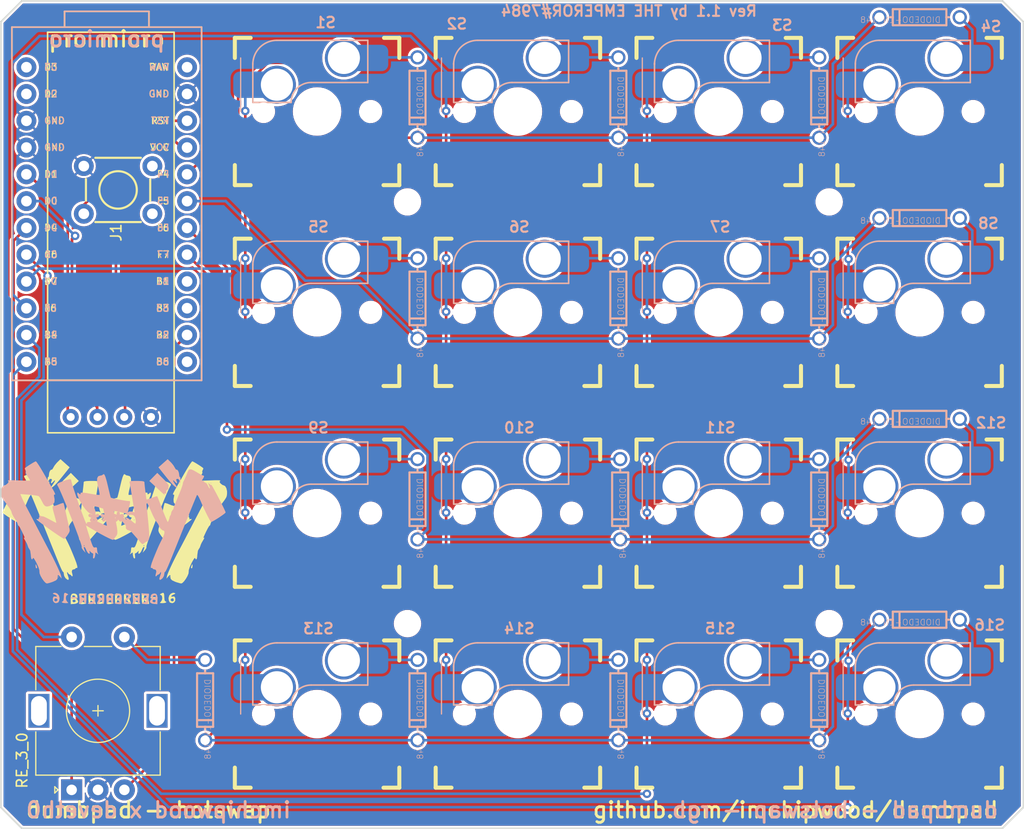
<source format=kicad_pcb>
(kicad_pcb (version 20211014) (generator pcbnew)
  (layers (0 "F.Cu" signal) (31 "B.Cu" signal) (34 "B.Paste" user) (35 "F.Paste" user) (36 "B.SilkS" user "B.Silkscreen") (37 "F.SilkS" user "F.Silkscreen") (38 "B.Mask" user) (39 "F.Mask" user) (44 "Edge.Cuts" user))
  (net 0 "")
  (net 1 "GND")
  (net 2 "/RAW")
  (net 3 "/RESET")
  (net 4 "/ROW0")
  (net 5 "/ROW1")
  (net 6 "VCC")
  (net 7 "/ROW2")
  (net 8 "/ROW3")
  (net 9 "/ENCODER0_L0")
  (net 10 "/COL4")
  (net 11 "/COL3")
  (net 12 "/COL2")
  (net 13 "/COL1")
  (net 14 "/COL0")
  (net 15 "/ENCODER0_L1")
  (net 16 "/NC{slash}RX{slash}D2")
  (net 17 "/NC{slash}TX{slash}D3")
  (net 18 "Net-(D1-PadA)")
  (net 19 "Net-(D2-PadA)")
  (net 20 "Net-(D3-PadA)")
  (net 21 "Net-(D4-PadA)")
  (net 22 "Net-(D5-PadA)")
  (net 23 "Net-(D6-PadA)")
  (net 24 "Net-(D7-PadA)")
  (net 25 "Net-(D8-PadA)")
  (net 26 "Net-(D9-PadA)")
  (net 27 "Net-(D10-PadA)")
  (net 28 "Net-(D11-PadA)")
  (net 29 "Net-(D12-PadA)")
  (net 30 "Net-(D13-PadA)")
  (net 31 "Net-(D14-PadA)")
  (net 32 "Net-(D15-PadA)")
  (net 33 "Net-(D16-PadA)")
  (net 34 "Net-(D20-PadA)")
  (net 35 "sda")
  (net 36 "scl")
  (footprint "dumbpad:TACTILE_SWITCH_PTH_6.0MM" (layer "F.Cu") (at 111.125 83.693)
    (fp_text reference "S17" hide)
    (fp_text value "MOMENTARY-SWITCH-SPST-PTH-6.0MM" hide)
  )
  (footprint "MountingHole:MountingHole_2.1mm" (layer "F.Cu") (at 138.5761 124.8286)
    (fp_text reference "REF**")
    (fp_text value "MountingHole_2.1mm")
  )
  (footprint "MountingHole:MountingHole_2.1mm" (layer "F.Cu") (at 178.5761 124.8286)
    (fp_text reference "REF**")
    (fp_text value "MountingHole_2.1mm")
  )
  (footprint "dumbpad:SPARKFUN_PRO_MICRO" (layer "F.Cu") (at 110.0511 84.7536)
    (fp_text reference "B1" hide)
    (fp_text value "SPARKFUN_PRO_MICRO" hide)
  )
  (footprint "cftkb:ssd1306 128x32 oled" (layer "F.Cu") (at 110.4392 87.7316 90)
    (fp_text reference "J1")
    (fp_text value "Conn_01x04_Male")
  )
  (footprint "Rotary_Encoder:RotaryEncoder_Alps_EC11E-Switch_Vertical_H20mm" (layer "F.Cu") (at 106.72 140.6 90)
    (fp_text reference "RE_3_0")
    (fp_text value "CHERRY-MX-ENCODER")
  )
  (footprint "MountingHole:MountingHole_2.1mm" (layer "F.Cu") (at 138.5761 84.8286)
    (fp_text reference "REF**")
    (fp_text value "MountingHole_2.1mm")
  )
  (footprint "MountingHole:MountingHole_2.1mm" (layer "F.Cu") (at 178.5761 84.8286)
    (fp_text reference "REF**")
    (fp_text value "MountingHole_2.1mm")
  )
  (footprint "logo" (layer "F.Cu") (at 110.744 115.189)
    (fp_text reference "G***")
    (fp_text value "LOGO" hide)
  )
  (footprint "Keyswitch:Kailh-CPG151101S11_MX_Socket-1.00u" (layer "B.Cu") (at 130.0011 76.2536 180)
    (fp_text reference "S1")
    (fp_text value "MOMENTARY-SWITCH-SPST-LED-PTH-CHERRY" hide)
  )
  (footprint "dumbpad:DO-1N4148" (layer "B.Cu") (at 158.75 113.03 -90)
    (fp_text reference "D10" hide)
    (fp_text value "DIODEDO-1N4148")
  )
  (footprint "Keyswitch:Kailh-CPG151101S11_MX_Socket-1.00u" (layer "B.Cu") (at 168.1011 133.4036 180)
    (fp_text reference "S15")
    (fp_text value "MOMENTARY-SWITCH-SPST-LED-PTH-CHERRY" hide)
  )
  (footprint "Keyswitch:Kailh-CPG151101S11_MX_Socket-1.00u" (layer "B.Cu") (at 187.1511 95.3036 180)
    (fp_text reference "S8")
    (fp_text value "MOMENTARY-SWITCH-SPST-LED-PTH-CHERRY" hide)
  )
  (footprint "Keyswitch:Kailh-CPG151101S11_MX_Socket-1.00u" (layer "B.Cu") (at 149.0511 76.2536 180)
    (fp_text reference "S2")
    (fp_text value "MOMENTARY-SWITCH-SPST-LED-PTH-CHERRY" hide)
  )
  (footprint "dumbpad:DO-1N4148" (layer "B.Cu") (at 187.1511 86.36 180)
    (fp_text reference "D8" hide)
    (fp_text value "DIODEDO-1N4148")
  )
  (footprint "dumbpad:DO-1N4148" (layer "B.Cu") (at 158.5761 93.98 -90)
    (fp_text reference "D6" hide)
    (fp_text value "DIODEDO-1N4148")
  )
  (footprint "Keyswitch:Kailh-CPG151101S11_MX_Socket-1.00u" (layer "B.Cu") (at 187.1511 76.2536 180)
    (fp_text reference "S4")
    (fp_text value "MOMENTARY-SWITCH-SPST-LED-PTH-CHERRY" hide)
  )
  (footprint "Keyswitch:Kailh-CPG151101S11_MX_Socket-1.00u" (layer "B.Cu") (at 130.0011 95.3036 180)
    (fp_text reference "S5")
    (fp_text value "MOMENTARY-SWITCH-SPST-LED-PTH-CHERRY" hide)
  )
  (footprint "dumbpad:DO-1N4148" (layer "B.Cu") (at 187.1511 67.31 180)
    (fp_text reference "D4" hide)
    (fp_text value "DIODEDO-1N4148")
  )
  (footprint "Keyswitch:Kailh-CPG151101S11_MX_Socket-1.00u" (layer "B.Cu") (at 149.0511 133.4036 180)
    (fp_text reference "S14")
    (fp_text value "MOMENTARY-SWITCH-SPST-LED-PTH-CHERRY" hide)
  )
  (footprint "Keyswitch:Kailh-CPG151101S11_MX_Socket-1.00u" (layer "B.Cu") (at 168.1011 114.3536 180)
    (fp_text reference "S11")
    (fp_text value "MOMENTARY-SWITCH-SPST-LED-PTH-CHERRY" hide)
  )
  (footprint "Keyswitch:Kailh-CPG151101S11_MX_Socket-1.00u" (layer "B.Cu") (at 168.1011 95.3036 180)
    (fp_text reference "S7")
    (fp_text value "MOMENTARY-SWITCH-SPST-LED-PTH-CHERRY" hide)
  )
  (footprint "Keyswitch:Kailh-CPG151101S11_MX_Socket-1.00u" (layer "B.Cu") (at 149.0511 95.3036 180)
    (fp_text reference "S6")
    (fp_text value "MOMENTARY-SWITCH-SPST-LED-PTH-CHERRY" hide)
  )
  (footprint "dumbpad:DO-1N4148" (layer "B.Cu") (at 139.5261 113.03 -90)
    (fp_text reference "D9" hide)
    (fp_text value "DIODEDO-1N4148")
  )
  (footprint "dumbpad:DO-1N4148" (layer "B.Cu") (at 177.6261 113.03 -90)
    (fp_text reference "D11" hide)
    (fp_text value "DIODEDO-1N4148")
  )
  (footprint "dumbpad:DO-1N4148" (layer "B.Cu") (at 139.5261 132.08 -90)
    (fp_text reference "D13" hide)
    (fp_text value "DIODEDO-1N4148")
  )
  (footprint "Keyswitch:Kailh-CPG151101S11_MX_Socket-1.00u" (layer "B.Cu") (at 187.1511 114.3536 180)
    (fp_text reference "S12")
    (fp_text value "MOMENTARY-SWITCH-SPST-LED-PTH-CHERRY" hide)
  )
  (footprint "dumbpad:DO-1N4148" (layer "B.Cu") (at 119.38 132.08 -90)
    (fp_text reference "D20" hide)
    (fp_text value "DIODEDO-1N4148")
  )
  (footprint "dumbpad:DO-1N4148" (layer "B.Cu") (at 177.6261 93.98 -90)
    (fp_text reference "D7" hide)
    (fp_text value "DIODEDO-1N4148")
  )
  (footprint "Keyswitch:Kailh-CPG151101S11_MX_Socket-1.00u" (layer "B.Cu") (at 168.1011 76.2536 180)
    (fp_text reference "S3")
    (fp_text value "MOMENTARY-SWITCH-SPST-LED-PTH-CHERRY" hide)
  )
  (footprint "dumbpad:DO-1N4148" (layer "B.Cu") (at 139.5261 93.98 -90)
    (fp_text reference "D5" hide)
    (fp_text value "DIODEDO-1N4148")
  )
  (footprint "dumbpad:DO-1N4148" (layer "B.Cu") (at 187.1511 124.46 180)
    (fp_text reference "D16" hide)
    (fp_text value "DIODEDO-1N4148")
  )
  (footprint "dumbpad:DO-1N4148" (layer "B.Cu") (at 158.5761 132.08 -90)
    (fp_text reference "D14" hide)
    (fp_text value "DIODEDO-1N4148")
  )
  (footprint "dumbpad:DO-1N4148" (layer "B.Cu") (at 177.6261 74.93 -90)
    (fp_text reference "D3" hide)
    (fp_text value "DIODEDO-1N4148")
  )
  (footprint "dumbpad:DO-1N4148" (layer "B.Cu") (at 177.6261 132.08 -90)
    (fp_text reference "D15" hide)
    (fp_text value "DIODEDO-1N4148")
  )
  (footprint "Keyswitch:Kailh-CPG151101S11_MX_Socket-1.00u" (layer "B.Cu") (at 130.0011 133.4072 180)
    (fp_text reference "S13")
    (fp_text value "MOMENTARY-SWITCH-SPST-LED-PTH-CHERRY" hide)
  )
  (footprint "Keyswitch:Kailh-CPG151101S11_MX_Socket-1.00u" (layer "B.Cu") (at 130.0011 114.3536 180)
    (fp_text reference "S9")
    (fp_text value "MOMENTARY-SWITCH-SPST-LED-PTH-CHERRY" hide)
  )
  (footprint "dumbpad:DO-1N4148" (layer "B.Cu") (at 139.5261 74.93 -90)
    (fp_text reference "D1" hide)
    (fp_text value "DIODEDO-1N4148")
  )
  (footprint "Keyswitch:Kailh-CPG151101S11_MX_Socket-1.00u" (layer "B.Cu") (at 187.1511 133.4072 180)
    (fp_text reference "S16")
    (fp_text value "MOMENTARY-SWITCH-SPST-LED-PTH-CHERRY" hide)
  )
  (footprint "dumbpad:DO-1N4148" (layer "B.Cu") (at 187.1511 105.41 180)
    (fp_text reference "D12" hide)
    (fp_text value "DIODEDO-1N4148")
  )
  (footprint "dumbpad:DO-1N4148" (layer "B.Cu") (at 158.5761 74.93 -90)
    (fp_text reference "D2" hide)
    (fp_text value "DIODEDO-1N4148")
  )
  (footprint "logo" (layer "B.Cu") (at 110.744 115.189 180)
    (fp_text reference "G***")
    (fp_text value "LOGO" hide)
  )
  (footprint "Keyswitch:Kailh-CPG151101S11_MX_Socket-1.00u" (layer "B.Cu") (at 149.0511 114.3536 180)
    (fp_text reference "S10")
    (fp_text value "MOMENTARY-SWITCH-SPST-LED-PTH-CHERRY" hide)
  )
  (gr_line (start 106.0511 68.2536) (end 114.0511 68.2536) (layer "B.SilkS") (width 0.1524))
  (gr_line (start 114.0511 68.2536) (end 119.0511 68.2536) (layer "B.SilkS") (width 0.1524))
  (gr_line (start 106.0511 66.7536) (end 114.0511 66.7536) (layer "B.SilkS") (width 0.1524))
  (gr_line (start 101.0511 68.2536) (end 106.0511 68.2536) (layer "B.SilkS") (width 0.1524))
  (gr_line (start 119.0511 68.2536) (end 119.0511 101.7536) (layer "B.SilkS") (width 0.1524))
  (gr_line (start 106.0511 68.2536) (end 106.0511 66.7536) (layer "B.SilkS") (width 0.1524))
  (gr_line (start 114.0511 66.7536) (end 114.0511 68.2536) (layer "B.SilkS") (width 0.1524))
  (gr_line (start 119.0511 101.7536) (end 101.0511 101.7536) (layer "B.SilkS") (width 0.1524))
  (gr_line (start 101.0511 101.7536) (end 101.0511 68.2536) (layer "B.SilkS") (width 0.1524))
  (gr_line (start 119.0511 68.2536) (end 119.0511 101.7536) (layer "F.SilkS") (width 0.1524))
  (gr_line (start 106.0511 66.7536) (end 114.0511 66.7536) (layer "F.SilkS") (width 0.1524))
  (gr_line (start 106.0511 68.2536) (end 106.0511 66.7536) (layer "F.SilkS") (width 0.1524))
  (gr_line (start 114.0511 66.7536) (end 114.0511 68.2536) (layer "F.SilkS") (width 0.1524))
  (gr_line (start 114.0511 68.2536) (end 119.0511 68.2536) (layer "F.SilkS") (width 0.1524))
  (gr_line (start 101.0511 68.2536) (end 106.0511 68.2536) (layer "F.SilkS") (width 0.1524))
  (gr_line (start 101.0511 101.7536) (end 101.0511 68.2536) (layer "F.SilkS") (width 0.1524))
  (gr_line (start 119.0511 101.7536) (end 101.0511 101.7536) (layer "F.SilkS") (width 0.1524))
  (gr_line (start 106.0511 68.2536) (end 114.0511 68.2536) (layer "F.SilkS") (width 0.1524))
  (gr_line (start 197.0011 67.7536) (end 195.0011 65.7536) (layer "Edge.Cuts") (width 0.1524))
  (gr_line (start 100.0011 67.7536) (end 100.0011 142.2536) (layer "Edge.Cuts") (width 0.1524))
  (gr_line (start 102.0011 65.7536) (end 100.0011 67.7536) (layer "Edge.Cuts") (width 0.1524))
  (gr_line (start 100.0011 142.2536) (end 102.0011 144.2536) (layer "Edge.Cuts") (width 0.1524))
  (gr_line (start 197.0011 142.2536) (end 197.0011 67.7536) (layer "Edge.Cuts") (width 0.1524))
  (gr_line (start 195.0011 144.2536) (end 197.0011 142.2536) (layer "Edge.Cuts") (width 0.1524))
  (gr_line (start 195.0011 65.7536) (end 102.0011 65.7536) (layer "Edge.Cuts") (width 0.1524))
  (gr_line (start 102.0011 144.2536) (end 195.0011 144.2536) (layer "Edge.Cuts") (width 0.1524))
  (gr_text "pro micro" (at 110.0511 70.2536) (layer "B.SilkS") (effects (font (size 1.4875 1.4875) (thickness 0.2625)) (justify bottom mirror)))
  (gr_text "C6" (at 104.0511 89.8236) (layer "B.SilkS") (effects (font (size 0.6375 0.6375) (thickness 0.1125)) (justify right mirror)))
  (gr_text "E6" (at 104.0511 94.9036) (layer "B.SilkS") (effects (font (size 0.6375 0.6375) (thickness 0.1125)) (justify right mirror)))
  (gr_text "B3" (at 116.0511 94.9036) (layer "B.SilkS") (effects (font (size 0.6375 0.6375) (thickness 0.1125)) (justify left mirror)))
  (gr_text "VCC" (at 116.0511 79.6636) (layer "B.SilkS") (effects (font (size 0.6375 0.6375) (thickness 0.1125)) (justify left mirror)))
  (gr_text "F6" (at 116.0511 87.2836) (layer "B.SilkS") (effects (font (size 0.6375 0.6375) (thickness 0.1125)) (justify left mirror)))
  (gr_text "D7" (at 104.0511 92.3636) (layer "B.SilkS") (effects (font (size 0.6375 0.6375) (thickness 0.1125)) (justify right mirror)))
  (gr_text "F7" (at 116.0511 89.8236) (layer "B.SilkS") (effects (font (size 0.6375 0.6375) (thickness 0.1125)) (justify left mirror)))
  (gr_text "GND" (at 104.0511 79.6636) (layer "B.SilkS") (effects (font (size 0.6375 0.6375) (thickness 0.1125)) (justify right mirror)))
  (gr_text "B6" (at 116.0511 99.9836) (layer "B.SilkS") (effects (font (size 0.6375 0.6375) (thickness 0.1125)) (justify left mirror)))
  (gr_text "D4" (at 104.0511 87.2836) (layer "B.SilkS") (effects (font (size 0.6375 0.6375) (thickness 0.1125)) (justify right mirror)))
  (gr_text "B5" (at 104.0511 99.9836) (layer "B.SilkS") (effects (font (size 0.6375 0.6375) (thickness 0.1125)) (justify right mirror)))
  (gr_text "Rev 1.1 by THE EMPEROR#7984" (at 171.831 67.31) (layer "B.SilkS") (effects (font (size 1 1) (thickness 0.2)) (justify left bottom mirror)))
  (gr_text "RST" (at 116.0511 77.1236) (layer "B.SilkS") (effects (font (size 0.6375 0.6375) (thickness 0.1125)) (justify left mirror)))
  (gr_text "RAW" (at 116.0511 72.0436) (layer "B.SilkS") (effects (font (size 0.6375 0.6375) (thickness 0.1125)) (justify left mirror)))
  (gr_text "GND" (at 116.0511 74.5836) (layer "B.SilkS") (effects (font (size 0.6375 0.6375) (thickness 0.1125)) (justify left mirror)))
  (gr_text "D3" (at 104.0511 72.0436) (layer "B.SilkS") (effects (font (size 0.6375 0.6375) (thickness 0.1125)) (justify right mirror)))
  (gr_text "D0" (at 104.0511 84.7436) (layer "B.SilkS") (effects (font (size 0.6375 0.6375) (thickness 0.1125)) (justify right mirror)))
  (gr_text "B1" (at 116.0511 92.3636) (layer "B.SilkS") (effects (font (size 0.6375 0.6375) (thickness 0.1125)) (justify left mirror)))
  (gr_text "B2" (at 116.0511 97.4436) (layer "B.SilkS") (effects (font (size 0.6375 0.6375) (thickness 0.1125)) (justify left mirror)))
  (gr_text "D1" (at 104.0511 82.2036) (layer "B.SilkS") (effects (font (size 0.6375 0.6375) (thickness 0.1125)) (justify right mirror)))
  (gr_text "imchipwood x deveth0" (at 102.2511 143.3786) (layer "B.SilkS") (effects (font (size 1.4875 1.4875) (thickness 0.2625)) (justify right bottom mirror)))
  (gr_text "D2" (at 104.0511 74.5836) (layer "B.SilkS") (effects (font (size 0.6375 0.6375) (thickness 0.1125)) (justify right mirror)))
  (gr_text "F5" (at 116.0511 84.7436) (layer "B.SilkS") (effects (font (size 0.6375 0.6375) (thickness 0.1125)) (justify left mirror)))
  (gr_text "GND" (at 104.0511 77.1236) (layer "B.SilkS") (effects (font (size 0.6375 0.6375) (thickness 0.1125)) (justify right mirror)))
  (gr_text "B4" (at 104.0511 97.4436) (layer "B.SilkS") (effects (font (size 0.6375 0.6375) (thickness 0.1125)) (justify right mirror)))
  (gr_text "dumbpad - hotswap - rgb" (at 194.7511 143.3786) (layer "B.SilkS") (effects (font (size 1.4875 1.4875) (thickness 0.2625)) (justify left bottom mirror)))
  (gr_text "F4" (at 116.0511 82.2036) (layer "B.SilkS") (effects (font (size 0.6375 0.6375) (thickness 0.1125)) (justify left mirror)))
  (gr_text "D4" (at 104.0511 87.2836) (layer "F.SilkS") (effects (font (size 0.6375 0.6375) (thickness 0.1125)) (justify left)))
  (gr_text "F7" (at 116.0511 89.8236) (layer "F.SilkS") (effects (font (size 0.6375 0.6375) (thickness 0.1125)) (justify right)))
  (gr_text "B5" (at 104.0511 99.9836) (layer "F.SilkS") (effects (font (size 0.6375 0.6375) (thickness 0.1125)) (justify left)))
  (gr_text "D7" (at 104.0511 92.3636) (layer "F.SilkS") (effects (font (size 0.6375 0.6375) (thickness 0.1125)) (justify left)))
  (gr_text "B1" (at 116.0511 92.3636) (layer "F.SilkS") (effects (font (size 0.6375 0.6375) (thickness 0.1125)) (justify right)))
  (gr_text "B2" (at 116.0511 97.4436) (layer "F.SilkS") (effects (font (size 0.6375 0.6375) (thickness 0.1125)) (justify right)))
  (gr_text "C6" (at 104.0511 89.8236) (layer "F.SilkS") (effects (font (size 0.6375 0.6375) (thickness 0.1125)) (justify left)))
  (gr_text "B4" (at 104.0511 97.4436) (layer "F.SilkS") (effects (font (size 0.6375 0.6375) (thickness 0.1125)) (justify left)))
  (gr_text "D3" (at 104.0511 72.0436) (layer "F.SilkS") (effects (font (size 0.6375 0.6375) (thickness 0.1125)) (justify left)))
  (gr_text "VCC" (at 116.0511 79.6636) (layer "F.SilkS") (effects (font (size 0.6375 0.6375) (thickness 0.1125)) (justify right)))
  (gr_text "E6" (at 104.0511 94.9036) (layer "F.SilkS") (effects (font (size 0.6375 0.6375) (thickness 0.1125)) (justify left)))
  (gr_text "pro micro" (at 110.0511 70.2536) (layer "F.SilkS") (effects (font (size 1.4875 1.4875) (thickness 0.2625)) (justify bottom)))
  (gr_text "RAW" (at 116.0511 72.0436) (layer "F.SilkS") (effects (font (size 0.6375 0.6375) (thickness 0.1125)) (justify right)))
  (gr_text "dumbpad - hotswap " (at 102.2511 143.3786) (layer "F.SilkS") (effects (font (size 1.4875 1.4875) (thickness 0.2625)) (justify left bottom)))
  (gr_text "D0" (at 104.0511 84.7436) (layer "F.SilkS") (effects (font (size 0.6375 0.6375) (thickness 0.1125)) (justify left)))
  (gr_text "B6" (at 116.0511 99.9836) (layer "F.SilkS") (effects (font (size 0.6375 0.6375) (thickness 0.1125)) (justify right)))
  (gr_text "D2" (at 104.0511 74.5836) (layer "F.SilkS") (effects (font (size 0.6375 0.6375) (thickness 0.1125)) (justify left)))
  (gr_text "F5" (at 116.0511 84.7436) (layer "F.SilkS") (effects (font (size 0.6375 0.6375) (thickness 0.1125)) (justify right)))
  (gr_text "GND" (at 116.0511 74.5836) (layer "F.SilkS") (effects (font (size 0.6375 0.6375) (thickness 0.1125)) (justify right)))
  (gr_text "RST" (at 116.0511 77.1236) (layer "F.SilkS") (effects (font (size 0.6375 0.6375) (thickness 0.1125)) (justify right)))
  (gr_text "F6" (at 116.0511 87.2836) (layer "F.SilkS") (effects (font (size 0.6375 0.6375) (thickness 0.1125)) (justify right)))
  (gr_text "GND" (at 104.0511 77.1236) (layer "F.SilkS") (effects (font (size 0.6375 0.6375) (thickness 0.1125)) (justify left)))
  (gr_text "github.com/imchipwood/dumbpad" (at 194.7511 143.3786) (layer "F.SilkS") (effects (font (size 1.4875 1.4875) (thickness 0.2625)) (justify right bottom)))
  (gr_text "B3" (at 116.0511 94.9036) (layer "F.SilkS") (effects (font (size 0.6375 0.6375) (thickness 0.1125)) (justify right)))
  (gr_text "D1" (at 104.0511 82.2036) (layer "F.SilkS") (effects (font (size 0.6375 0.6375) (thickness 0.1125)) (justify left)))
  (gr_text "F4" (at 116.0511 82.2036) (layer "F.SilkS") (effects (font (size 0.6375 0.6375) (thickness 0.1125)) (justify right)))
  (gr_text "GND" (at 104.0511 79.6636) (layer "F.SilkS") (effects (font (size 0.6375 0.6375) (thickness 0.1125)) (justify left)))
  (segment (start 107.8738 85.1154) (end 115.8556 77.1336) (width 0.25) (layer "F.Cu") (net 3))
  (segment (start 107.8738 85.9536) (end 107.8738 85.1154) (width 0.25) (layer "F.Cu") (net 3))
  (segment (start 115.8556 77.1336) (end 117.6711 77.1336) (width 0.25) (layer "F.Cu") (net 3))
  (segment (start 122.513089 77.371611) (end 122.513089 74.454414) (width 0.25) (layer "F.Cu") (net 4))
  (segment (start 125.330814 71.636689) (end 128.812981 71.636689) (width 0.25) (layer "F.Cu") (net 4))
  (segment (start 133.35 76.254235) (end 135.835765 78.74) (width 0.25) (layer "F.Cu") (net 4))
  (segment (start 133.35 76.173708) (end 133.35 76.254235) (width 0.25) (layer "F.Cu") (net 4))
  (segment (start 122.513089 74.454414) (end 125.330814 71.636689) (width 0.25) (layer "F.Cu") (net 4))
  (segment (start 117.6711 82.2136) (end 122.513089 77.371611) (width 0.25) (layer "F.Cu") (net 4))
  (segment (start 128.812981 71.636689) (end 133.35 76.173708) (width 0.25) (layer "F.Cu") (net 4))
  (segment (start 135.835765 78.74) (end 139.5261 78.74) (width 0.25) (layer "F.Cu") (net 4))
  (segment (start 177.6261 78.74) (end 158.5761 78.74) (width 0.25) (layer "B.Cu") (net 4))
  (segment (start 183.3411 67.31) (end 178.92418 71.72692) (width 0.25) (layer "B.Cu") (net 4))
  (segment (start 158.5761 78.74) (end 139.5261 78.74) (width 0.25) (layer "B.Cu") (net 4))
  (segment (start 178.92418 71.72692) (end 178.92418 77.44192) (width 0.25) (layer "B.Cu") (net 4))
  (segment (start 178.92418 77.44192) (end 177.6261 78.74) (width 0.25) (layer "B.Cu") (net 4))
  (segment (start 139.5261 97.79) (end 134.036611 92.300511) (width 0.25) (layer "B.Cu") (net 5))
  (segment (start 178.92418 90.77692) (end 178.92418 96.49192) (width 0.25) (layer "B.Cu") (net 5))
  (segment (start 183.3411 86.36) (end 178.92418 90.77692) (width 0.25) (layer "B.Cu") (net 5))
  (segment (start 178.92418 96.49192) (end 177.6261 97.79) (width 0.25) (layer "B.Cu") (net 5))
  (segment (start 121.3296 84.7536) (end 117.6711 84.7536) (width 0.25) (layer "B.Cu") (net 5))
  (segment (start 134.036611 92.300511) (end 128.876511 92.300511) (width 0.25) (layer "B.Cu") (net 5))
  (segment (start 128.876511 92.300511) (end 121.3296 84.7536) (width 0.25) (layer "B.Cu") (net 5))
  (segment (start 158.5761 97.79) (end 139.5261 97.79) (width 0.25) (layer "B.Cu") (net 5))
  (segment (start 177.6261 97.79) (end 158.5761 97.79) (width 0.25) (layer "B.Cu") (net 5))
  (segment (start 111.7854 105.1554) (end 111.7092 105.2316) (width 0.25) (layer "F.Cu") (net 6))
  (segment (start 117.1386 79.6736) (end 115.9764 78.5114) (width 0.25) (layer "F.Cu") (net 6))
  (segment (start 111.7854 103.632) (end 111.7854 105.1554) (width 0.25) (layer "F.Cu") (net 6))
  (segment (start 115.9764 78.5114) (end 115.062 78.5114) (width 0.25) (layer "F.Cu") (net 6))
  (segment (start 110.9218 102.7684) (end 111.7854 103.632) (width 0.25) (layer "F.Cu") (net 6))
  (segment (start 117.6711 79.6736) (end 117.1386 79.6736) (width 0.25) (layer "F.Cu") (net 6))
  (segment (start 110.9218 82.6516) (end 110.9218 102.7684) (width 0.25) (layer "F.Cu") (net 6))
  (segment (start 115.062 78.5114) (end 110.9218 82.6516) (width 0.25) (layer "F.Cu") (net 6))
  (segment (start 121.4519 91.0744) (end 121.4519 106.426) (width 0.25) (layer "F.Cu") (net 7))
  (segment (start 117.6711 87.2936) (end 121.4519 91.0744) (width 0.25) (layer "F.Cu") (net 7))
  (via (at 121.4519 106.426) (size 0.8) (drill 0.4) (layers "F.Cu" "B.Cu") (net 7))
  (segment (start 138.078307 106.426) (end 140.478011 108.825704) (width 0.25) (layer "B.Cu") (net 7))
  (segment (start 121.4519 106.426) (end 138.078307 106.426) (width 0.25) (layer "B.Cu") (net 7))
  (segment (start 183.3411 105.41) (end 178.92418 109.82692) (width 0.25) (layer "B.Cu") (net 7))
  (segment (start 139.5261 116.84) (end 158.75 116.84) (width 0.25) (layer "B.Cu") (net 7))
  (segment (start 178.92418 115.54192) (end 177.6261 116.84) (width 0.25) (layer "B.Cu") (net 7))
  (segment (start 140.478011 108.825704) (end 140.478011 115.888089) (width 0.25) (layer "B.Cu") (net 7))
  (segment (start 158.75 116.84) (end 177.6261 116.84) (width 0.25) (layer "B.Cu") (net 7))
  (segment (start 140.478011 115.888089) (end 139.5261 116.84) (width 0.25) (layer "B.Cu") (net 7))
  (segment (start 178.92418 109.82692) (end 178.92418 115.54192) (width 0.25) (layer "B.Cu") (net 7))
  (segment (start 120.5992 134.6708) (end 120.5992 92.7617) (width 0.25) (layer "F.Cu") (net 8))
  (segment (start 120.5992 92.7617) (end 117.6711 89.8336) (width 0.25) (layer "F.Cu") (net 8))
  (segment (start 119.38 135.89) (end 120.5992 134.6708) (width 0.25) (layer "F.Cu") (net 8))
  (segment (start 158.5761 135.89) (end 139.5261 135.89) (width 0.25) (layer "B.Cu") (net 8))
  (segment (start 119.38 135.89) (end 139.5261 135.89) (width 0.25) (layer "B.Cu") (net 8))
  (segment (start 183.3411 124.46) (end 178.92418 128.87692) (width 0.25) (layer "B.Cu") (net 8))
  (segment (start 177.6261 135.89) (end 158.5761 135.89) (width 0.25) (layer "B.Cu") (net 8))
  (segment (start 178.92418 134.59192) (end 177.6261 135.89) (width 0.25) (layer "B.Cu") (net 8))
  (segment (start 178.92418 128.87692) (end 178.92418 134.59192) (width 0.25) (layer "B.Cu") (net 8))
  (segment (start 117.6711 97.4536) (end 116.4336 98.6911) (width 0.25) (layer "F.Cu") (net 9))
  (segment (start 116.4336 135.8864) (end 111.72 140.6) (width 0.25) (layer "F.Cu") (net 9))
  (segment (start 116.4336 98.6911) (end 116.4336 135.8864) (width 0.25) (layer "F.Cu") (net 9))
  (segment (start 180.34 90.17) (end 180.414191 90.244191) (width 0.25) (layer "F.Cu") (net 10))
  (segment (start 180.34 128.27) (end 180.414191 128.344191) (width 0.25) (layer "F.Cu") (net 10))
  (segment (start 180.34 109.22) (end 180.414191 109.294191) (width 0.25) (layer "F.Cu") (net 10))
  (segment (start 180.34 76.2) (end 180.34 90.17) (width 0.25) (layer "F.Cu") (net 10))
  (segment (start 180.34 114.3) (end 180.34 128.27) (width 0.25) (layer "F.Cu") (net 10))
  (segment (start 180.34 95.25) (end 180.34 109.22) (width 0.25) (layer "F.Cu") (net 10))
  (segment (start 180.34 142.24) (end 180.34 133.35) (width 0.25) (layer "F.Cu") (net 10))
  (via (at 180.34 133.35) (size 0.8) (drill 0.4) (layers "F.Cu" "B.Cu") (net 10))
  (via (at 180.34 142.24) (size 0.8) (drill 0.4) (layers "F.Cu" "B.Cu") (net 10))
  (via (at 180.414191 128.344191) (size 0.8) (drill 0.4) (layers "F.Cu" "B.Cu") (net 10))
  (via (at 180.414191 109.294191) (size 0.8) (drill 0.4) (layers "F.Cu" "B.Cu") (net 10))
  (via (at 180.34 95.25) (size 0.8) (drill 0.4) (layers "F.Cu" "B.Cu") (net 10))
  (via (at 180.34 114.3) (size 0.8) (drill 0.4) (layers "F.Cu" "B.Cu") (net 10))
  (via (at 180.414191 90.244191) (size 0.8) (drill 0.4) (layers "F.Cu" "B.Cu") (net 10))
  (via (at 180.34 76.2) (size 0.8) (drill 0.4) (layers "F.Cu" "B.Cu") (net 10))
  (segment (start 180.34 142.24) (end 115.913822 142.24) (width 0.25) (layer "B.Cu") (net 10))
  (segment (start 180.414191 92.226691) (end 180.9511 92.7636) (width 0.25) (layer "B.Cu") (net 10))
  (segment (start 180.414191 109.294191) (end 180.414191 111.276691) (width 0.25) (layer "B.Cu") (net 10))
  (segment (start 180.34 133.35) (end 180.34 131.4783) (width 0.25) (layer "B.Cu") (net 10))
  (segment (start 180.34 93.3747) (end 180.34 95.25) (width 0.25) (layer "B.Cu") (net 10))
  (segment (start 180.414191 128.344191) (end 180.414191 130.330291) (width 0.25) (layer "B.Cu") (net 10))
  (segment (start 180.414191 90.244191) (end 180.414191 92.226691) (width 0.25) (layer "B.Cu") (net 10))
  (segment (start 180.34 112.4247) (end 180.34 114.3) (width 0.25) (layer "B.Cu") (net 10))
  (segment (start 180.9511 92.7636) (end 180.34 93.3747) (width 0.25) (layer "B.Cu") (net 10))
  (segment (start 180.414191 111.276691) (end 180.9511 111.8136) (width 0.25) (layer "B.Cu") (net 10))
  (segment (start 180.414191 130.330291) (end 180.9511 130.8672) (width 0.25) (layer "B.Cu") (net 10))
  (segment (start 180.34 74.3247) (end 180.34 76.2) (width 0.25) (layer "B.Cu") (net 10))
  (segment (start 180.9511 73.7136) (end 180.34 74.3247) (width 0.25) (layer "B.Cu") (net 10))
  (segment (start 101.1428 101.2819) (end 102.4311 99.9936) (width 0.25) (layer "B.Cu") (net 10))
  (segment (start 115.913822 142.24) (end 101.1428 127.468978) (width 0.25) (layer "B.Cu") (net 10))
  (segment (start 180.34 131.4783) (end 180.9511 130.8672) (width 0.25) (layer "B.Cu") (net 10))
  (segment (start 101.1428 127.468978) (end 101.1428 101.2819) (width 0.25) (layer "B.Cu") (net 10))
  (segment (start 180.9511 111.8136) (end 180.34 112.4247) (width 0.25) (layer "B.Cu") (net 10))
  (segment (start 161.29 133.35) (end 161.29 140.97) (width 0.25) (layer "F.Cu") (net 11))
  (segment (start 161.29 95.25) (end 161.29 109.22) (width 0.25) (layer "F.Cu") (net 11))
  (segment (start 161.29 114.3) (end 161.29 128.27) (width 0.25) (layer "F.Cu") (net 11))
  (segment (start 161.29 76.2) (end 161.29 90.17) (width 0.25) (layer "F.Cu") (net 11))
  (via (at 161.29 140.97) (size 0.8) (drill 0.4) (layers "F.Cu" "B.Cu") (net 11))
  (via (at 161.29 128.27) (size 0.8) (drill 0.4) (layers "F.Cu" "B.Cu") (net 11))
  (via (at 161.29 95.25) (size 0.8) (drill 0.4) (layers "F.Cu" "B.Cu") (net 11))
  (via (at 161.29 109.22) (size 0.8) (drill 0.4) (layers "F.Cu" "B.Cu") (net 11))
  (via (at 161.29 76.2) (size 0.8) (drill 0.4) (layers "F.Cu" "B.Cu") (net 11))
  (via (at 161.29 133.35) (size 0.8) (drill 0.4) (layers "F.Cu" "B.Cu") (net 11))
  (via (at 161.29 90.17) (size 0.8) (drill 0.4) (layers "F.Cu" "B.Cu") (net 11))
  (via (at 161.29 114.3) (size 0.8) (drill 0.4) (layers "F.Cu" "B.Cu") (net 11))
  (segment (start 161.29 112.4247) (end 161.29 114.3) (width 0.25) (layer "B.Cu") (net 11))
  (segment (start 103.647811 101.380989) (end 103.647811 98.670311) (width 0.25) (layer "B.Cu") (net 11))
  (segment (start 161.29 90.17) (end 161.29 92.1525) (width 0.25) (layer "B.Cu") (net 11))
  (segment (start 161.9011 111.8136) (end 161.29 112.4247) (width 0.25) (layer "B.Cu") (net 11))
  (segment (start 103.647811 98.670311) (end 102.4311 97.4536) (width 0.25) (layer "B.Cu") (net 11))
  (segment (start 161.29 131.4747) (end 161.9011 130.8636) (width 0.25) (layer "B.Cu") (net 11))
  (segment (start 161.29 111.2025) (end 161.9011 111.8136) (width 0.25) (layer "B.Cu") (net 11))
  (segment (start 101.5492 103.4796) (end 103.647811 101.380989) (width 0.25) (layer "B.Cu") (net 11))
  (segment (start 161.29 128.27) (end 161.29 130.2525) (width 0.25) (layer "B.Cu") (net 11))
  (segment (start 161.29 92.1525) (end 161.9011 92.7636) (width 0.25) (layer "B.Cu") (net 11))
  (segment (start 101.5492 127.3048) (end 101.5492 103.4796) (width 0.25) (layer "B.Cu") (net 11))
  (segment (start 115.2144 140.97) (end 101.5492 127.3048) (width 0.25) (layer "B.Cu") (net 11))
  (segment (start 161.9011 73.7136) (end 161.29 74.3247) (width 0.25) (layer "B.Cu") (net 11))
  (segment (start 161.29 130.2525) (end 161.9011 130.8636) (width 0.25) (layer "B.Cu") (net 11))
  (segment (start 161.29 140.97) (end 115.2144 140.97) (width 0.25) (layer "B.Cu") (net 11))
  (segment (start 161.29 74.3247) (end 161.29 76.2) (width 0.25) (layer "B.Cu") (net 11))
  (segment (start 161.29 93.3747) (end 161.29 95.25) (width 0.25) (layer "B.Cu") (net 11))
  (segment (start 161.9011 92.7636) (end 161.29 93.3747) (width 0.25) (layer "B.Cu") (net 11))
  (segment (start 161.29 109.22) (end 161.29 111.2025) (width 0.25) (layer "B.Cu") (net 11))
  (segment (start 161.29 133.35) (end 161.29 131.4747) (width 0.25) (layer "B.Cu") (net 11))
  (segment (start 142.24 76.2) (end 142.24 90.17) (width 0.25) (layer "F.Cu") (net 12))
  (segment (start 142.24 114.3) (end 142.24 128.27) (width 0.25) (layer "F.Cu") (net 12))
  (segment (start 142.24 95.25) (end 142.24 109.22) (width 0.25) (layer "F.Cu") (net 12))
  (via (at 142.24 128.27) (size 0.8) (drill 0.4) (layers "F.Cu" "B.Cu") (net 12))
  (via (at 142.24 76.2) (size 0.8) (drill 0.4) (layers "F.Cu" "B.Cu") (net 12))
  (via (at 142.24 90.17) (size 0.8) (drill 0.4) (layers "F.Cu" "B.Cu") (net 12))
  (via (at 142.24 95.25) (size 0.8) (drill 0.4) (layers "F.Cu" "B.Cu") (net 12))
  (via (at 142.24 109.22) (size 0.8) (drill 0.4) (layers "F.Cu" "B.Cu") (net 12))
  (via (at 142.24 114.3) (size 0.8) (drill 0.4) (layers "F.Cu" "B.Cu") (net 12))
  (segment (start 142.24 90.17) (end 142.24 92.1525) (width 0.25) (layer "B.Cu") (net 12))
  (segment (start 101.092 71.67201) (end 103.667321 69.096689) (width 0.25) (layer "B.Cu") (net 12))
  (segment (start 102.4311 94.9136) (end 101.092 93.5745) (width 0.25) (layer "B.Cu") (net 12))
  (segment (start 142.24 130.2525) (end 142.8511 130.8636) (width 0.25) (layer "B.Cu") (net 12))
  (segment (start 101.092 93.5745) (end 101.092 71.67201) (width 0.25) (layer "B.Cu") (net 12))
  (segment (start 142.24 112.4247) (end 142.24 114.3) (width 0.25) (layer "B.Cu") (net 12))
  (segment (start 142.8511 73.7136) (end 142.24 74.3247) (width 0.25) (layer "B.Cu") (net 12))
  (segment (start 142.8511 73.098793) (end 142.8511 73.7136) (width 0.25) (layer "B.Cu") (net 12))
  (segment (start 142.8511 111.8136) (end 142.24 112.4247) (width 0.25) (layer "B.Cu") (net 12))
  (segment (start 142.24 111.2025) (end 142.8511 111.8136) (width 0.25) (layer "B.Cu") (net 12))
  (segment (start 142.24 74.3247) (end 142.24 76.2) (width 0.25) (layer "B.Cu") (net 12))
  (segment (start 103.667321 69.096689) (end 138.848996 69.096689) (width 0.25) (layer "B.Cu") (net 12))
  (segment (start 142.8511 92.7636) (end 142.24 93.3747) (width 0.25) (layer "B.Cu") (net 12))
  (segment (start 142.24 93.3747) (end 142.24 95.25) (width 0.25) (layer "B.Cu") (net 12))
  (segment (start 142.24 109.22) (end 142.24 111.2025) (width 0.25) (layer "B.Cu") (net 12))
  (segment (start 142.24 128.27) (end 142.24 130.2525) (width 0.25) (layer "B.Cu") (net 12))
  (segment (start 142.24 92.1525) (end 142.8511 92.7636) (width 0.25) (layer "B.Cu") (net 12))
  (segment (start 138.848996 69.096689) (end 142.8511 73.098793) (width 0.25) (layer "B.Cu") (net 12))
  (segment (start 123.19 114.3) (end 123.19 128.27) (width 0.25) (layer "F.Cu") (net 13))
  (segment (start 123.19 95.25) (end 123.19 109.22) (width 0.25) (layer "F.Cu") (net 13))
  (segment (start 123.19 76.2) (end 123.19 90.17) (width 0.25) (layer "F.Cu") (net 13))
  (via (at 123.19 90.17) (size 0.8) (drill 0.4) (layers "F.Cu" "B.Cu") (net 13))
  (via (at 123.19 95.25) (size 0.8) (drill 0.4) (layers "F.Cu" "B.Cu") (net 13))
  (via (at 123.19 76.2) (size 0.8) (drill 0.4) (layers "F.Cu" "B.Cu") (net 13))
  (via (at 123.19 114.3) (size 0.8) (drill 0.4) (layers "F.Cu" "B.Cu") (net 13))
  (via (at 123.19 109.22) (size 0.8) (drill 0.4) (layers "F.Cu" "B.Cu") (net 13))
  (via (at 123.19 128.27) (size 0.8) (drill 0.4) (layers "F.Cu" "B.Cu") (net 13))
  (segment (start 123.8011 73.7136) (end 123.19 74.3247) (width 0.25) (layer "B.Cu") (net 13))
  (segment (start 123.19 130.2561) (end 123.8011 130.8672) (width 0.25) (layer "B.Cu") (net 13))
  (segment (start 102.4311 92.3736) (end 103.647811 91.156889) (width 0.25) (layer "B.Cu") (net 13))
  (segment (start 123.8011 92.7636) (end 123.19 93.3747) (width 0.25) (layer "B.Cu") (net 13))
  (segment (start 103.647811 91.156889) (end 122.194389 91.156889) (width 0.25) (layer "B.Cu") (net 13))
  (segment (start 123.19 90.17) (end 123.19 92.1525) (width 0.25) (layer "B.Cu") (net 13))
  (segment (start 123.19 112.4247) (end 123.19 114.3) (width 0.25) (layer "B.Cu") (net 13))
  (segment (start 123.19 111.2025) (end 123.8011 111.8136) (width 0.25) (layer "B.Cu") (net 13))
  (segment (start 123.8011 111.8136) (end 123.19 112.4247) (width 0.25) (layer "B.Cu") (net 13))
  (segment (start 122.194389 91.156889) (end 123.8011 92.7636) (width 0.25) (layer "B.Cu") (net 13))
  (segment (start 123.19 74.3247) (end 123.19 76.2) (width 0.25) (layer "B.Cu") (net 13))
  (segment (start 123.19 128.27) (end 123.19 130.2561) (width 0.25) (layer "B.Cu") (net 13))
  (segment (start 123.19 109.22) (end 123.19 111.2025) (width 0.25) (layer "B.Cu") (net 13))
  (segment (start 123.19 93.3747) (end 123.19 95.25) (width 0.25) (layer "B.Cu") (net 13))
  (segment (start 104.43165 91.83415) (end 102.4311 89.8336) (width 0.25) (layer "F.Cu") (net 14))
  (via (at 104.43165 91.83415) (size 0.8) (drill 0.4) (layers "F.Cu" "B.Cu") (net 14))
  (segment (start 104.0782 126.1) (end 101.9556 123.9774) (width 0.25) (layer "B.Cu") (net 14))
  (segment (start 104.0638 92.2274) (end 104.4448 91.8464) (width 0.25) (layer "B.Cu") (net 14))
  (segment (start 101.9556 103.6574) (end 104.0638 101.5492) (width 0.25) (layer "B.Cu") (net 14))
  (segment (start 101.9556 123.9774) (end 101.9556 103.6574) (width 0.25) (layer "B.Cu") (net 14))
  (segment (start 104.0638 101.5492) (end 104.0638 92.2274) (width 0.25) (layer "B.Cu") (net 14))
  (segment (start 106.72 126.1) (end 104.0782 126.1) (width 0.25) (layer "B.Cu") (net 14))
  (segment (start 106.72 130.85) (end 101.214389 125.344389) (width 0.25) (layer "F.Cu") (net 15))
  (segment (start 101.214389 125.344389) (end 101.214389 88.510311) (width 0.25) (layer "F.Cu") (net 15))
  (segment (start 101.214389 88.510311) (end 102.4311 87.2936) (width 0.25) (layer "F.Cu") (net 15))
  (segment (start 106.72 140.6) (end 106.72 130.85) (width 0.25) (layer "F.Cu") (net 15))
  (segment (start 135.0547 71.12) (end 139.5261 71.12) (width 0.25) (layer "B.Cu") (net 18))
  (segment (start 135.0011 71.1736) (end 135.0547 71.12) (width 0.25) (layer "B.Cu") (net 18))
  (segment (start 154.1047 71.12) (end 158.5761 71.12) (width 0.25) (layer "B.Cu") (net 19))
  (segment (start 154.0511 71.1736) (end 154.1047 71.12) (width 0.25) (layer "B.Cu") (net 19))
  (segment (start 173.1547 71.12) (end 177.6261 71.12) (width 0.25) (layer "B.Cu") (net 20))
  (segment (start 173.1011 71.1736) (end 173.1547 71.12) (width 0.25) (layer "B.Cu") (net 20))
  (segment (start 190.9611 67.31) (end 192.1511 68.5) (width 0.25) (layer "B.Cu") (net 21))
  (segment (start 192.1511 68.5) (end 192.1511 71.1736) (width 0.25) (layer "B.Cu") (net 21))
  (segment (start 135.0547 90.17) (end 139.5261 90.17) (width 0.25) (layer "B.Cu") (net 22))
  (segment (start 135.0011 90.2236) (end 135.0547 90.17) (width 0.25) (layer "B.Cu") (net 22))
  (segment (start 154.0511 90.2236) (end 154.1047 90.17) (width 0.25) (layer "B.Cu") (net 23))
  (segment (start 154.1047 90.17) (end 158.5761 90.17) (width 0.25) (layer "B.Cu") (net 23))
  (segment (start 173.1547 90.17) (end 173.1011 90.2236) (width 0.25) (layer "B.Cu") (net 24))
  (segment (start 177.6261 90.17) (end 173.1547 90.17) (width 0.25) (layer "B.Cu") (net 24))
  (segment (start 192.1511 87.55) (end 192.1511 90.2236) (width 0.25) (layer "B.Cu") (net 25))
  (segment (start 190.9611 86.36) (end 192.1511 87.55) (width 0.25) (layer "B.Cu") (net 25))
  (segment (start 135.0547 109.22) (end 139.5261 109.22) (width 0.25) (layer "B.Cu") (net 26))
  (segment (start 135.0011 109.2736) (end 135.0547 109.22) (width 0.25) (layer "B.Cu") (net 26))
  (segment (start 154.1047 109.22) (end 154.0511 109.2736) (width 0.25) (layer "B.Cu") (net 27))
  (segment (start 158.75 109.22) (end 154.1047 109.22) (width 0.25) (layer "B.Cu") (net 27))
  (segment (start 173.1011 109.2736) (end 173.1547 109.22) (width 0.25) (layer "B.Cu") (net 28))
  (segment (start 173.1547 109.22) (end 177.6261 109.22) (width 0.25) (layer "B.Cu") (net 28))
  (segment (start 192.1511 106.6) (end 192.1511 109.2736) (width 0.25) (layer "B.Cu") (net 29))
  (segment (start 190.9611 105.41) (end 192.1511 106.6) (width 0.25) (layer "B.Cu") (net 29))
  (segment (start 135.0011 128.3272) (end 135.0583 128.27) (width 0.25) (layer "B.Cu") (net 30))
  (segment (start 135.0583 128.27) (end 139.5261 128.27) (width 0.25) (layer "B.Cu") (net 30))
  (segment (start 154.1047 128.27) (end 158.5761 128.27) (width 0.25) (layer "B.Cu") (net 31))
  (segment (start 154.0511 128.3236) (end 154.1047 128.27) (width 0.25) (layer "B.Cu") (net 31))
  (segment (start 173.1547 128.27) (end 177.6261 128.27) (width 0.25) (layer "B.Cu") (net 32))
  (segment (start 173.1011 128.3236) (end 173.1547 128.27) (width 0.25) (layer "B.Cu") (net 32))
  (segment (start 190.9611 124.46) (end 192.1511 125.65) (width 0.25) (layer "B.Cu") (net 33))
  (segment (start 192.1511 125.65) (end 192.1511 128.3272) (width 0.25) (layer "B.Cu") (net 33))
  (segment (start 113.89 128.27) (end 111.72 126.1) (width 0.25) (layer "B.Cu") (net 34))
  (segment (start 119.38 128.27) (end 113.89 128.27) (width 0.25) (layer "B.Cu") (net 34))
  (segment (start 102.6098 82.2136) (end 106.3498 85.9536) (width 0.25) (layer "F.Cu") (net 35))
  (segment (start 102.4311 82.2136) (end 102.6098 82.2136) (width 0.25) (layer "F.Cu") (net 35))
  (segment (start 106.3498 85.9536) (end 106.3498 104.9522) (width 0.25) (layer "F.Cu") (net 35))
  (segment (start 106.3498 104.9522) (end 106.6292 105.2316) (width 0.25) (layer "F.Cu") (net 35))
  (segment (start 106.7562 88.3412) (end 106.7562 101.9048) (width 0.25) (layer "F.Cu") (net 36))
  (segment (start 107.0483 88.0491) (end 106.7562 88.3412) (width 0.25) (layer "F.Cu") (net 36))
  (segment (start 109.1432 104.2918) (end 109.1432 105.2056) (width 0.25) (layer "F.Cu") (net 36))
  (segment (start 106.7562 101.9048) (end 109.1432 104.2918) (width 0.25) (layer "F.Cu") (net 36))
  (segment (start 109.1432 105.2056) (end 109.1692 105.2316) (width 0.25) (layer "F.Cu") (net 36))
  (via (at 107.0483 88.0491) (size 0.8) (drill 0.4) (layers "F.Cu" "B.Cu") (net 36))
  (segment (start 103.7528 84.7536) (end 107.0483 88.0491) (width 0.25) (layer "B.Cu") (net 36))
  (segment (start 102.4311 84.7536) (end 103.7528 84.7536) (width 0.25) (layer "B.Cu") (net 36))
  (zone (net 1) (net_name "GND") (layer "F.Cu") (priority 6) (connect_pads (clearance 0.254)) (min_thickness 0.0762) (fill yes (thermal_gap 0.2024) (thermal_bridge_width 0.2024))
    (polygon (pts (xy 197.0773 67.722037) (xy 197.0773 142.285163) (xy 195.032663 144.3298) (xy 101.969537 144.3298) (xy 99.9249 142.285163) (xy 99.9249 67.722037) (xy 101.969537 65.6774) (xy 195.032663 65.6774)))
  )
  (zone (net 1) (net_name "GND") (layer "B.Cu") (priority 6) (connect_pads (clearance 0.254)) (min_thickness 0.0762) (fill yes (thermal_gap 0.2024) (thermal_bridge_width 0.2024))
    (polygon (pts (xy 197.0773 67.722037) (xy 197.0773 142.285163) (xy 195.032663 144.3298) (xy 101.969537 144.3298) (xy 99.9249 142.285163) (xy 99.9249 67.722037) (xy 101.969537 65.6774) (xy 195.032663 65.6774)))
  )
)
</source>
